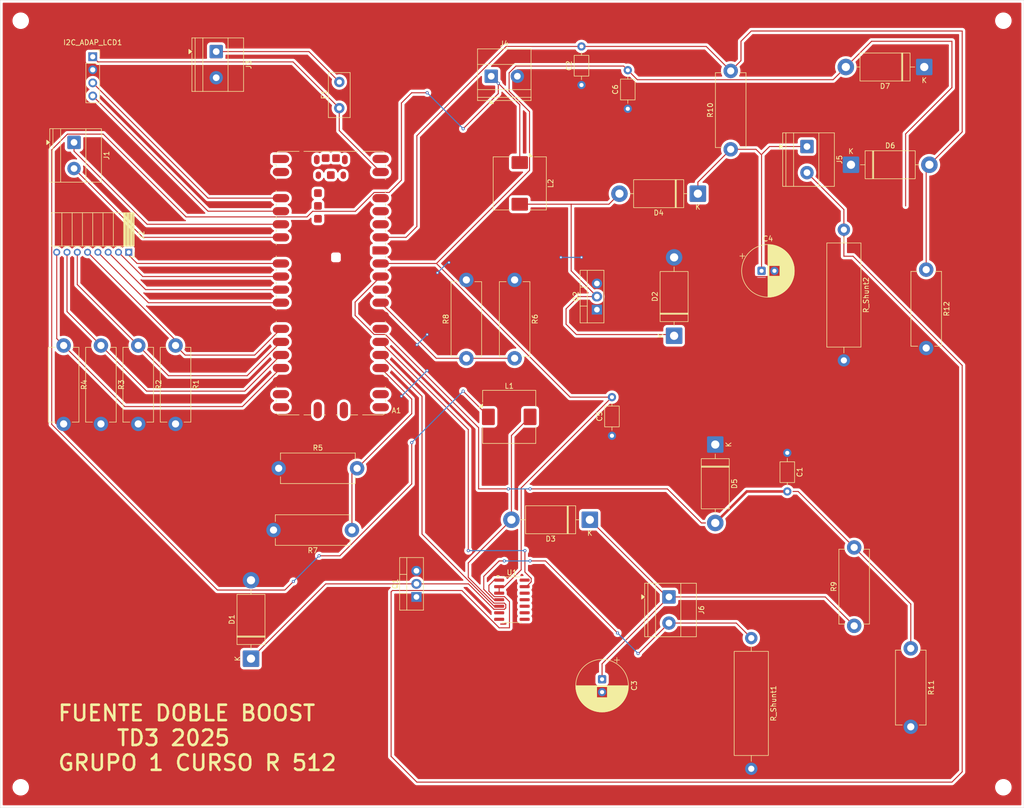
<source format=kicad_pcb>
(kicad_pcb (version 20241229) (generator "pcbnew") (generator_version "9.0")
  (layers (0 "F.Cu" signal) (2 "B.Cu" signal) (13 "F.Paste" user) (15 "B.Paste" user) (5 "F.SilkS" user "F.Silkscreen") (7 "B.SilkS" user "B.Silkscreen") (1 "F.Mask" user) (3 "B.Mask" user) (25 "Edge.Cuts" user))
  (net 0 "")
  (net 3 "I2C1-SDL")
  (net 4 "UART1-TX")
  (net 5 "VSYS_Vin")
  (net 7 "PWM_3A")
  (net 8 "GND")
  (net 9 "ADC0")
  (net 11 "TECLADO_COLUMNA_1")
  (net 12 "ADC2")
  (net 13 "UART1-RX")
  (net 15 "TECLADO_FILA_3")
  (net 16 "I2C1-SDA")
  (net 20 "GP19")
  (net 25 "PWM_1A")
  (net 28 "GP20")
  (net 29 "TECLADO_FILA_4")
  (net 30 "TECLADO_FILA_1")
  (net 31 "TECLADO_FILA_2")
  (net 36 "TECLADO_COLUMNA_3")
  (net 38 "ADC1")
  (net 39 "TECLADO_COLUMNA_4")
  (net 40 "TECLADO_COLUMNA_2")
  (net 43 "/Vout2")
  (net 44 "/Vout1")
  (net 45 "Net-(D1-K)")
  (net 46 "Net-(D2-K)")
  (net 47 "Net-(J3-Pin_1)")
  (net 48 "Vin")
  (net 49 "/VShunt1")
  (net 50 "/VShunt2")
  (footprint "TerminalBlock_Phoenix:TerminalBlock_Phoenix_MKDS-1,5-2-5.08_1x02_P5.08mm_Horizontal" (layer "F.Cu") (at 143 172 -90)
    (property "Reference" "J6")
    (property "Value" "OUT1")
  )
  (footprint "TerminalBlock_Phoenix:TerminalBlock_Phoenix_MKDS-1,5-2-5.08_1x02_P5.08mm_Horizontal" (layer "F.Cu") (at 108.455 70.7925)
    (property "Reference" "J4")
    (property "Value" "Fuente_laboratorio_5Vcc")
  )
  (footprint "Fuse:Fuse_Littelfuse_395Series" (layer "F.Cu") (at 78.92 76.99 90)
    (property "Reference" "F1")
    (property "Value" "Fuse_Small")
  )
  (footprint "Diode_THT:D_DO-201AD_P15.24mm_Horizontal" (layer "F.Cu") (at 144 121.24 90)
    (property "Reference" "D2")
    (property "Value" "UF5408")
  )
  (footprint "Resistor_THT:R_Axial_DIN0614_L14.3mm_D5.7mm_P15.24mm_Horizontal" (layer "F.Cu") (at 193 108.38 -90)
    (property "Reference" "R12")
    (property "Value" "R")
  )
  (footprint "Package_TO_SOT_THT:TO-220-3_Vertical" (layer "F.Cu") (at 93.92 172 90)
    (property "Reference" "Q1")
    (property "Value" "IRF540N")
  )
  (footprint "TerminalBlock_Phoenix:TerminalBlock_Phoenix_MKDS-1,5-2-5.08_1x02_P5.08mm_Horizontal" (layer "F.Cu") (at 169.8275 84.455 -90)
    (property "Reference" "J5")
    (property "Value" "OUT1")
  )
  (footprint "Resistor_THT:R_Axial_DIN0614_L14.3mm_D5.7mm_P15.24mm_Horizontal" (layer "F.Cu") (at 179 177.62 90)
    (property "Reference" "R9")
    (property "Value" "R")
  )
  (footprint "MountingHole:MountingHole_2.7mm_M2.5_ISO7380" (layer "F.Cu") (at 17 60)
    (property "Reference" "REF**" (hide yes))
    (property "Value" "MountingHole_2.7mm_M2.5_ISO7380" (hide yes))
  )
  (footprint "Capacitor_THT:C_Axial_L3.8mm_D2.6mm_P7.50mm_Horizontal" (layer "F.Cu") (at 131.92 140.67 90)
    (property "Reference" "C5")
    (property "Value" "C_Small")
  )
  (footprint "Capacitor_THT:C_Axial_L3.8mm_D2.6mm_P7.50mm_Horizontal" (layer "F.Cu") (at 166 144 -90)
    (property "Reference" "C1")
    (property "Value" "C_Small")
  )
  (footprint "Resistor_THT:R_Axial_DIN0614_L14.3mm_D5.7mm_P15.24mm_Horizontal" (layer "F.Cu") (at 67.14 147)
    (property "Reference" "R5")
    (property "Value" "R")
  )
  (footprint "Capacitor_THT:CP_Radial_D10.0mm_P2.50mm" (layer "F.Cu") (at 130 188 -90)
    (property "Reference" "C3")
    (property "Value" "C_Polarized")
  )
  (footprint "TerminalBlock_Phoenix:TerminalBlock_Phoenix_MKDS-1,5-2-5.08_1x02_P5.08mm_Horizontal" (layer "F.Cu") (at 55 66 -90)
    (property "Reference" "J3")
    (property "Value" "Fuente_Alimentación_Placa_5Vcc")
  )
  (footprint "Capacitor_THT:C_Axial_L3.8mm_D2.6mm_P7.50mm_Horizontal" (layer "F.Cu") (at 126 72.5 90)
    (property "Reference" "C2")
    (property "Value" "C_Small")
  )
  (footprint "Resistor_THT:R_Axial_Power_L20.0mm_W6.4mm_P25.40mm" (layer "F.Cu") (at 177 100.62 -90)
    (property "Reference" "R_Shunt2")
    (property "Value" "R_Small")
  )
  (footprint "Resistor_THT:R_Axial_DIN0614_L14.3mm_D5.7mm_P15.24mm_Horizontal" (layer "F.Cu") (at 113 110.38 -90)
    (property "Reference" "R6")
    (property "Value" "R")
  )
  (footprint "Resistor_THT:R_Axial_DIN0614_L14.3mm_D5.7mm_P15.24mm_Horizontal" (layer "F.Cu") (at 32.594646 123.13 -90)
    (property "Reference" "R3")
    (property "Value" "R")
  )
  (footprint "Package_SO:SO-14_3.9x8.65mm_P1.27mm" (layer "F.Cu") (at 112.475 172.54)
    (property "Reference" "U1")
    (property "Value" "CD4066BM")
  )
  (footprint "MountingHole:MountingHole_2.7mm_M2.5_ISO7380" (layer "F.Cu") (at 17 209)
    (property "Reference" "REF**" (hide yes))
    (property "Value" "MountingHole_2.7mm_M2.5_ISO7380" (hide yes))
  )
  (footprint "Connector_PinSocket_2.00mm:PinSocket_1x08_P2.00mm_Horizontal" (layer "F.Cu") (at 38 105 -90)
    (property "Reference" "J2")
    (property "Value" "Conn_01x08")
  )
  (footprint "Resistor_THT:R_Axial_DIN0614_L14.3mm_D5.7mm_P15.24mm_Horizontal" (layer "F.Cu") (at 39.844646 123.13 -90)
    (property "Reference" "R2")
    (property "Value" "R")
  )
  (footprint "Resistor_THT:R_Axial_DIN0614_L14.3mm_D5.7mm_P15.24mm_Horizontal" (layer "F.Cu") (at 81.38 159 180)
    (property "Reference" "R7")
    (property "Value" "R")
  )
  (footprint "Capacitor_THT:C_Axial_L3.8mm_D2.6mm_P7.50mm_Horizontal" (layer "F.Cu") (at 135 77.12 90)
    (property "Reference" "C6")
    (property "Value" "C_Small")
  )
  (footprint "Diode_THT:D_DO-201AD_P15.24mm_Horizontal" (layer "F.Cu") (at 192.62 69 180)
    (property "Reference" "D7")
    (property "Value" "UF5408")
  )
  (footprint "Diode_THT:D_DO-201AD_P15.24mm_Horizontal" (layer "F.Cu") (at 61.76 184 90)
    (property "Reference" "D1")
    (property "Value" "UF5408")
  )
  (footprint "Diode_THT:D_DO-201AD_P15.24mm_Horizontal" (layer "F.Cu") (at 152 142.38 -90)
    (property "Reference" "D5")
    (property "Value" "UF5408")
  )
  (footprint "Resistor_THT:R_Axial_Power_L20.0mm_W6.4mm_P25.40mm" (layer "F.Cu") (at 159 180 -90)
    (property "Reference" "R_Shunt1")
    (property "Value" "R_Small")
  )
  (footprint "Diode_THT:D_DO-201AD_P15.24mm_Horizontal" (layer "F.Cu") (at 127.62 157 180)
    (property "Reference" "D3")
    (property "Value" "1N5822")
  )
  (footprint "Module:RaspberryPi_Pico_SMD" (layer "F.Cu") (at 77.275 111)
    (property "Reference" "A1")
    (property "Value" "RaspberryPi_Pico")
  )
  (footprint "Inductor_SMD:L_TDK_SLF10165" (layer "F.Cu") (at 111.95 137)
    (property "Reference" "L1")
    (property "Value" "L")
  )
  (footprint "TerminalBlock_Phoenix:TerminalBlock_Phoenix_MKDS-1,5-2-5.08_1x02_P5.08mm_Horizontal" (layer "F.Cu") (at 27.364646 83.65 -90)
    (property "Reference" "J1")
    (property "Value" "EGB")
  )
  (footprint "Diode_THT:D_DO-201AD_P15.24mm_Horizontal" (layer "F.Cu") (at 148.62 93.62 180)
    (property "Reference" "D4")
    (property "Value" "1N5822")
  )
  (footprint "Resistor_THT:R_Axial_DIN0614_L14.3mm_D5.7mm_P15.24mm_Horizontal" (layer "F.Cu") (at 25.344646 123.13 -90)
    (property "Reference" "R4")
    (property "Value" "R")
  )
  (footprint "Inductor_SMD:L_TDK_SLF10165" (layer "F.Cu") (at 114 91.62 -90)
    (property "Reference" "L2")
    (property "Value" "L")
  )
  (footprint "Resistor_THT:R_Axial_DIN0614_L14.3mm_D5.7mm_P15.24mm_Horizontal" (layer "F.Cu") (at 47.094646 123.13 -90)
    (property "Reference" "R1")
    (property "Value" "R")
  )
  (footprint "Resistor_THT:R_Axial_DIN0614_L14.3mm_D5.7mm_P15.24mm_Horizontal" (layer "F.Cu") (at 190 182 -90)
    (property "Reference" "R11")
    (property "Value" "R")
  )
  (footprint "Connector_PinSocket_2.54mm:PinSocket_1x04_P2.54mm_Vertical" (layer "F.Cu") (at 31 67)
    (property "Reference" "I2C_ADAP_LCD1")
    (property "Value" "Conn_01x04")
  )
  (footprint "MountingHole:MountingHole_2.7mm_M2.5_ISO7380" (layer "F.Cu") (at 208 60)
    (property "Reference" "REF**" (hide yes))
    (property "Value" "MountingHole_2.7mm_M2.5_ISO7380" (hide yes))
  )
  (footprint "MountingHole:MountingHole_2.7mm_M2.5_ISO7380" (layer "F.Cu") (at 208 209)
    (property "Reference" "REF**" (hide yes))
    (property "Value" "MountingHole_2.7mm_M2.5_ISO7380" (hide yes))
  )
  (footprint "Diode_THT:D_DO-201AD_P15.24mm_Horizontal" (layer "F.Cu") (at 178.38 88)
    (property "Reference" "D6")
    (property "Value" "UF5408")
  )
  (footprint "Resistor_THT:R_Axial_DIN0614_L14.3mm_D5.7mm_P15.24mm_Horizontal" (layer "F.Cu") (at 155 85 90)
    (property "Reference" "R10")
    (property "Value" "R")
  )
  (footprint "Resistor_THT:R_Axial_DIN0614_L14.3mm_D5.7mm_P15.24mm_Horizontal" (layer "F.Cu") (at 103.62 125.62 90)
    (property "Reference" "R8")
    (property "Value" "R")
  )
  (footprint "Capacitor_THT:CP_Radial_D10.0mm_P2.50mm" (layer "F.Cu") (at 161 108.62)
    (property "Reference" "C4")
    (property "Value" "C_Polarized")
  )
  (footprint "Package_TO_SOT_THT:TO-220-3_Vertical" (layer "F.Cu") (at 129 116.16 90)
    (property "Reference" "Q2")
    (property "Value" "IRF540N")
  )
  (gr_rect (start 13 56) (end 212 213) (stroke (width 0.05)) (fill no) (layer "Edge.Cuts"))
  (gr_text "FUENTE DOBLE BOOST\n     TD3 2025\nGRUPO 1 CURSO R 512" (at 24 206 0) (layer "F.SilkS") (effects (font (size 3 3) (thickness 0.5) (bold yes)) (justify left bottom)))
  (segment (start 53.41 97.03) (end 67.585 97.03) (width 0.2) (layer "F.Cu") (net 3))
  (segment (start 31 74.62) (end 53.41 97.03) (width 0.2) (layer "F.Cu") (net 3))
  (segment (start 41.57 99.57) (end 67.585 99.57) (width 0.2) (layer "F.Cu") (net 4))
  (segment (start 27.364646 83.65) (end 27.364646 85.364646) (width 0.2) (layer "F.Cu") (net 4))
  (segment (start 27.364646 85.364646) (end 41.57 99.57) (width 0.2) (layer "F.Cu") (net 4))
  (segment (start 31 67) (end 32 68) (width 0.2) (layer "F.Cu") (net 5))
  (segment (start 69.93 68) (end 78.92 76.99) (width 0.2) (layer "F.Cu") (net 5))
  (segment (start 32 68) (end 69.93 68) (width 0.2) (layer "F.Cu") (net 5))
  (segment (start 86.965 89.41) (end 78.92 81.365) (width 0.2) (layer "F.Cu") (net 5))
  (segment (start 78.92 81.365) (end 78.92 76.99) (width 0.2) (layer "F.Cu") (net 5))
  (segment (start 113 125.62) (end 103.62 125.62) (width 0.2) (layer "F.Cu") (net 7))
  (segment (start 97.775 125.62) (end 86.965 114.81) (width 0.2) (layer "F.Cu") (net 7))
  (segment (start 103.62 125.62) (end 97.775 125.62) (width 0.2) (layer "F.Cu") (net 7))
  (segment (start 144 88) (end 135 79) (width 0.2) (layer "F.Cu") (net 8))
  (segment (start 144 106) (end 144 88) (width 0.2) (layer "F.Cu") (net 8))
  (segment (start 135 79) (end 135 77.12) (width 0.2) (layer "F.Cu") (net 8))
  (segment (start 177 126.02) (end 177 133) (width 0.2) (layer "F.Cu") (net 8))
  (segment (start 32.54 71.08) (end 55 71.08) (width 0.2) (layer "F.Cu") (net 8))
  (segment (start 164 87) (end 163.5 87.5) (width 0.2) (layer "F.Cu") (net 8))
  (segment (start 115.2425 72.5) (end 113.535 70.7925) (width 0.2) (layer "F.Cu") (net 8))
  (segment (start 138.92 111.08) (end 129 111.08) (width 0.2) (layer "F.Cu") (net 8))
  (segment (start 178.38 88) (end 178.38 83.24) (width 0.2) (layer "F.Cu") (net 8))
  (segment (start 96 111) (end 98 109) (width 0.2) (layer "F.Cu") (net 8))
  (segment (start 177 133) (end 166 144) (width 0.2) (layer "F.Cu") (net 8))
  (segment (start 88.05 130.05) (end 91 133) (width 0.2) (layer "F.Cu") (net 8))
  (segment (start 77.275 136.865) (end 67.14 147) (width 0.2) (layer "F.Cu") (net 8))
  (segment (start 130.301 114.859) (end 129 116.16) (width 0.2) (layer "F.Cu") (net 8))
  (segment (start 67.585 130.05) (end 72.425 130.05) (width 0.2) (layer "F.Cu") (net 8))
  (segment (start 153.62 144) (end 152 142.38) (width 0.2) (layer "F.Cu") (net 8))
  (segment (start 55 71.08) (end 55 79.365) (width 0.2) (layer "F.Cu") (net 8))
  (segment (start 72.425 130.05) (end 77.275 134.9) (width 0.2) (layer "F.Cu") (net 8))
  (segment (start 130.301 112.381) (end 130.301 114.859) (width 0.2) (layer "F.Cu") (net 8))
  (segment (start 178.38 88) (end 177.38 87) (width 0.2) (layer "F.Cu") (net 8))
  (segment (start 103.62 110.38) (end 113 110.38) (width 0.2) (layer "F.Cu") (net 8))
  (segment (start 91 133) (end 90.5 132.5) (width 0.2) (layer "F.Cu") (net 8))
  (segment (start 100.24 107) (end 100 107) (width 0.2) (layer "F.Cu") (net 8))
  (segment (start 58.51 138.37) (end 47.094646 138.37) (width 0.2) (layer "F.Cu") (net 8))
  (segment (start 74.06 166.92) (end 66.14 159) (width 0.2) (layer "F.Cu") (net 8))
  (segment (start 178.38 83.24) (end 192.62 69) (width 0.2) (layer "F.Cu") (net 8))
  (segment (start 117.62 110.38) (end 122 106) (width 0.2) (layer "F.Cu") (net 8))
  (segment (start 166 144) (end 153.62 144) (width 0.2) (layer "F.Cu") (net 8))
  (segment (start 86.965 117.35) (end 92.615 123) (width 0.2) (layer "F.Cu") (net 8))
  (segment (start 31 69.54) (end 32.54 71.08) (width 0.2) (layer "F.Cu") (net 8))
  (segment (start 96 128) (end 96 125) (width 0.2) (layer "F.Cu") (net 8))
  (segment (start 93.92 166.92) (end 74.06 166.92) (width 0.2) (layer "F.Cu") (net 8))
  (segment (start 177.38 87) (end 164 87) (width 0.2) (layer "F.Cu") (net 8))
  (segment (start 66.14 148) (end 67.14 147) (width 0.2) (layer "F.Cu") (net 8))
  (segment (start 129 111.08) (end 129 109) (width 0.2) (layer "F.Cu") (net 8))
  (segment (start 130.62 77.12) (end 126 72.5) (width 0.2) (layer "F.Cu") (net 8))
  (segment (start 86.965 91.95) (end 67.585 91.95) (width 0.2) (layer "F.Cu") (net 8))
  (segment (start 86.965 130.05) (end 88.05 130.05) (width 0.2) (layer "F.Cu") (net 8))
  (segment (start 32.594646 138.37) (end 25.344646 138.37) (width 0.2) (layer "F.Cu") (net 8))
  (segment (start 96 121) (end 96 111) (width 0.2) (layer "F.Cu") (net 8))
  (segment (start 193 123.62) (end 179.4 123.62) (width 0.2) (layer "F.Cu") (net 8))
  (segment (start 144 106) (end 144 108.262741) (width 0.2) (layer "F.Cu") (net 8))
  (segment (start 144 106) (end 138.92 111.08) (width 0.2) (layer "F.Cu") (net 8))
  (segment (start 145.458259 109.721) (end 162.399 109.721) (width 0.2) (layer "F.Cu") (net 8))
  (segment (start 113 110.38) (end 117.62 110.38) (width 0.2) (layer "F.Cu") (net 8))
  (segment (start 86.965 130.05) (end 82.125 130.05) (width 0.2) (layer "F.Cu") (net 8))
  (segment (start 103.62 110.38) (end 100.24 107) (width 0.2) (layer "F.Cu") (net 8))
  (segment (start 77.275 134.9) (end 77.275 136.865) (width 0.2) (layer "F.Cu") (net 8))
  (segment (start 92.615 123) (end 93 123) (width 0.2) (layer "F.Cu") (net 8))
  (segment (start 67.14 147) (end 58.51 138.37) (width 0.2) (layer "F.Cu") (net 8))
  (segment (start 66.14 164.38) (end 66.14 159) (width 0.2) (layer "F.Cu") (net 8))
  (segment (start 159 205.4) (end 181.84 205.4) (width 0.2) (layer "F.Cu") (net 8))
  (segment (start 130 190.5) (end 144.9 205.4) (width 0.2) (layer "F.Cu") (net 8))
  (segment (start 179.4 123.62) (end 177 126.02) (width 0.2) (layer "F.Cu") (net 8))
  (segment (start 163.5 87.5) (end 163.5 108.62) (width 0.2) (layer "F.Cu") (net 8))
  (segment (start 61.76 168.76) (end 66.14 164.38) (width 0.2) (layer "F.Cu") (net 8))
  (segment (start 47.094646 138.37) (end 39.844646 138.37) (width 0.2) (layer "F.Cu") (net 8))
  (segment (start 82.125 130.05) (end 77.275 134.9) (width 0.2) (layer "F.Cu") (net 8))
  (segment (start 181.84 205.4) (end 190 197.24) (width 0.2) (layer "F.Cu") (net 8))
  (segment (start 133.63 142.38) (end 131.92 140.67) (width 0.2) (layer "F.Cu") (net 8))
  (segment (start 39.844646 138.37) (end 32.594646 138.37) (width 0.2) (layer "F.Cu") (net 8))
  (segment (start 126 72.5) (end 115.2425 72.5) (width 0.2) (layer "F.Cu") (net 8))
  (segment (start 144 108.262741) (end 145.458259 109.721) (width 0.2) (layer "F.Cu") (net 8))
  (segment (start 66.14 159) (end 66.14 148) (width 0.2) (layer "F.Cu") (net 8))
  (segment (start 55 79.365) (end 67.585 91.95) (width 0.2) (layer "F.Cu") (net 8))
  (segment (start 96 125) (end 94 123) (width 0.2) (layer "F.Cu") (net 8))
  (segment (start 93 123) (end 94 123) (width 0.2) (layer "F.Cu") (net 8))
  (segment (start 129 111.08) (end 130.301 112.381) (width 0.2) (layer "F.Cu") (net 8))
  (segment (start 152 142.38) (end 133.63 142.38) (width 0.2) (layer "F.Cu") (net 8))
  (segment (start 159 205.4) (end 144.9 205.4) (width 0.2) (layer "F.Cu") (net 8))
  (segment (start 112.42 190.5) (end 93.92 172) (width 0.2) (layer "F.Cu") (net 8))
  (segment (start 192.62 69) (end 192.62 72.38) (width 0.2) (layer "F.Cu") (net 8))
  (segment (start 129 109) (end 126 106) (width 0.2) (layer "F.Cu") (net 8))
  (segment (start 135 77.12) (end 130.62 77.12) (width 0.2) (layer "F.Cu") (net 8))
  (segment (start 130 190.5) (end 112.42 190.5) (width 0.2) (layer "F.Cu") (net 8))
  (segment (start 162.399 109.721) (end 163.5 108.62) (width 0.2) (layer "F.Cu") (net 8))
  (via (at 98 109) (size 0.6) (drill 0.3) (layers "F.Cu" "B.Cu") (net 8))
  (via (at 94 123) (size 0.6) (drill 0.3) (layers "F.Cu" "B.Cu") (net 8))
  (via (at 122 106) (size 0.6) (drill 0.3) (layers "F.Cu" "B.Cu") (net 8))
  (via (at 126 106) (size 0.6) (drill 0.3) (layers "F.Cu" "B.Cu") (net 8))
  (via (at 100.24 107) (size 0.6) (drill 0.3) (layers "F.Cu" "B.Cu") (net 8))
  (via (at 96 128) (size 0.6) (drill 0.3) (layers "F.Cu" "B.Cu") (net 8))
  (via (at 91 133) (size 0.6) (drill 0.3) (layers "F.Cu" "B.Cu") (net 8))
  (via (at 96 121) (size 0.6) (drill 0.3) (layers "F.Cu" "B.Cu") (net 8))
  (segment (start 91 133) (end 96 128) (width 0.2) (layer "B.Cu") (net 8))
  (segment (start 122 106) (end 126 106) (width 0.2) (layer "B.Cu") (net 8))
  (segment (start 98 109) (end 100 107) (width 0.2) (layer "B.Cu") (net 8))
  (segment (start 94 123) (end 96 121) (width 0.2) (layer "B.Cu") (net 8))
  (segment (start 100 107) (end 100.24 107) (width 0.2) (layer "B.Cu") (net 8))
  (segment (start 116 151) (end 142.69158 151) (width 0.2) (layer "F.Cu") (net 9))
  (segment (start 85.70895 120.991) (end 87.88305 120.991) (width 0.2) (layer "F.Cu") (net 9))
  (segment (start 158.12 151.5) (end 166 151.5) (width 0.5) (layer "F.Cu") (net 9))
  (segment (start 86.965 109.73) (end 82 114.695) (width 0.2) (layer "F.Cu") (net 9))
  (segment (start 190 173.38) (end 179 162.38) (width 0.2) (layer "F.Cu") (net 9))
  (segment (start 106 151) (end 111.78 151) (width 0.2) (layer "F.Cu") (net 9))
  (segment (start 168.12 151.5) (end 167.101 151.5) (width 0.2) (layer "F.Cu") (net 9))
  (segment (start 152 157.62) (end 158.12 151.5) (width 0.5) (layer "F.Cu") (net 9))
  (segment (start 82 114.695) (end 82 117.28205) (width 0.2) (layer "F.Cu") (net 9))
  (segment (start 82 117.28205) (end 85.70895 120.991) (width 0.2) (layer "F.Cu") (net 9))
  (segment (start 179 162.38) (end 168.12 151.5) (width 0.2) (layer "F.Cu") (net 9))
  (segment (start 190 182) (end 190 173.38) (width 0.2) (layer "F.Cu") (net 9))
  (segment (start 87.88305 120.991) (end 106 139.10795) (width 0.2) (layer "F.Cu") (net 9))
  (segment (start 106 139.10795) (end 106 151) (width 0.2) (layer "F.Cu") (net 9))
  (segment (start 142.69158 151) (end 149.31158 157.62) (width 0.2) (layer "F.Cu") (net 9))
  (segment (start 149.31158 157.62) (end 150.099 157.62) (width 0.2) (layer "F.Cu") (net 9))
  (via (at 111.78 151) (size 0.6) (drill 0.3) (layers "F.Cu" "B.Cu") (net 9))
  (via (at 116 151) (size 0.6) (drill 0.3) (layers "F.Cu" "B.Cu") (net 9))
  (segment (start 111.78 151) (end 116 151) (width 0.2) (layer "B.Cu") (net 9))
  (segment (start 25.344646 123.13) (end 37.214646 135) (width 0.2) (layer "F.Cu") (net 11))
  (segment (start 24 105) (end 24 121.785354) (width 0.2) (layer "F.Cu") (net 11))
  (segment (start 24 121.785354) (end 25.344646 123.13) (width 0.2) (layer "F.Cu") (net 11))
  (segment (start 60.095 135) (end 67.585 127.51) (width 0.2) (layer "F.Cu") (net 11))
  (segment (start 37.214646 135) (end 60.095 135) (width 0.2) (layer "F.Cu") (net 11))
  (segment (start 193 88.62) (end 193.62 88) (width 0.2) (layer "F.Cu") (net 12))
  (segment (start 155 69.76) (end 150.24 65) (width 0.2) (layer "F.Cu") (net 12))
  (segment (start 111.36134 65) (end 94 82.36134) (width 0.2) (layer "F.Cu") (net 12))
  (segment (start 200 81.62) (end 200 62) (width 0.2) (layer "F.Cu") (net 12))
  (segment (start 126 65) (end 111.36134 65) (width 0.2) (layer "F.Cu") (net 12))
  (segment (start 157 64) (end 157 67.76) (width 0.2) (layer "F.Cu") (net 12))
  (segment (start 193.62 88) (end 200 81.62) (width 0.2) (layer "F.Cu") (net 12))
  (segment (start 94 82.36134) (end 94 100) (width 0.2) (layer "F.Cu") (net 12))
  (segment (start 91.89 102.11) (end 86.965 102.11) (width 0.2) (layer "F.Cu") (net 12))
  (segment (start 200 62) (end 159 62) (width 0.2) (layer "F.Cu") (net 12))
  (segment (start 193 108.38) (end 193 88.62) (width 0.2) (layer "F.Cu") (net 12))
  (segment (start 150.24 65) (end 126 65) (width 0.2) (layer "F.Cu") (net 12))
  (segment (start 159 62) (end 157 64) (width 0.2) (layer "F.Cu") (net 12))
  (segment (start 94 100) (end 91.89 102.11) (width 0.2) (layer "F.Cu") (net 12))
  (segment (start 157 67.76) (end 155 69.76) (width 0.2) (layer "F.Cu") (net 12))
  (segment (start 40.744646 102.11) (end 67.585 102.11) (width 0.2) (layer "F.Cu") (net 13))
  (segment (start 27.364646 88.73) (end 40.744646 102.11) (width 0.2) (layer "F.Cu") (net 13))
  (segment (start 41.27 112.27) (end 67.585 112.27) (width 0.2) (layer "F.Cu") (net 15))
  (segment (start 34 105) (end 41.27 112.27) (width 0.2) (layer "F.Cu") (net 15))
  (segment (start 31 72.08) (end 53.41 94.49) (width 0.2) (layer "F.Cu") (net 16))
  (segment (start 53.41 94.49) (end 67.585 94.49) (width 0.2) (layer "F.Cu") (net 16))
  (segment (start 110 173.81) (end 109.025001 173.81) (width 0.2) (layer "F.Cu") (net 20))
  (segment (start 109.025001 173.81) (end 95 159.784999) (width 0.2) (layer "F.Cu") (net 20))
  (segment (start 95 133.005) (end 86.965 124.97) (width 0.2) (layer "F.Cu") (net 20))
  (segment (start 95 159.784999) (end 95 133.005) (width 0.2) (layer "F.Cu") (net 20))
  (segment (start 93 133.545) (end 86.965 127.51) (width 0.2) (layer "F.Cu") (net 25))
  (segment (start 82.38 147) (end 93 136.38) (width 0.2) (layer "F.Cu") (net 25))
  (segment (start 81.38 159) (end 81.38 148) (width 0.2) (layer "F.Cu") (net 25))
  (segment (start 93 136.38) (end 93 133.545) (width 0.2) (layer "F.Cu") (net 25))
  (segment (start 81.38 148) (end 82.38 147) (width 0.2) (layer "F.Cu") (net 25))
  (segment (start 115.296968 170) (end 116.226 169.070968) (width 0.2) (layer "F.Cu") (net 28))
  (segment (start 114.95 170) (end 115.296968 170) (width 0.2) (layer "F.Cu") (net 28))
  (segment (start 115 167.163032) (end 115 163) (width 0.2) (layer "F.Cu") (net 28))
  (segment (start 104 139.465) (end 86.965 122.43) (width 0.2) (layer "F.Cu") (net 28))
  (segment (start 104 163) (end 104 139.465) (width 0.2) (layer "F.Cu") (net 28))
  (segment (start 116.226 169.070968) (end 116.226 168.389032) (width 0.2) (layer "F.Cu") (net 28))
  (segment (start 116.226 168.389032) (end 115 167.163032) (width 0.2) (layer "F.Cu") (net 28))
  (via (at 115 163) (size 0.6) (drill 0.3) (layers "F.Cu" "B.Cu") (net 28))
  (via (at 104 163) (size 0.6) (drill 0.3) (layers "F.Cu" "B.Cu") (net 28))
  (segment (start 115 163) (end 104 163) (width 0.2) (layer "B.Cu") (net 28))
  (segment (start 41.81 114.81) (end 67.585 114.81) (width 0.2) (layer "F.Cu") (net 29))
  (segment (start 32 105) (end 41.81 114.81) (width 0.2) (layer "F.Cu") (net 29))
  (segment (start 38 105) (end 38 105.5671) (width 0.2) (layer "F.Cu") (net 30))
  (segment (start 38 105.5671) (end 39.6229 107.19) (width 0.2) (layer "F.Cu") (net 30))
  (segment (start 39.6229 107.19) (end 67.585 107.19) (width 0.2) (layer "F.Cu") (net 30))
  (segment (start 40.73 109.73) (end 67.585 109.73) (width 0.2) (layer "F.Cu") (net 31))
  (segment (start 36 105) (end 40.73 109.73) (width 0.2) (layer "F.Cu") (net 31))
  (segment (start 28 111.285354) (end 39.844646 123.13) (width 0.2) (layer "F.Cu") (net 36))
  (segment (start 28 105) (end 28 111.285354) (width 0.2) (layer "F.Cu") (net 36))
  (segment (start 39.844646 123.13) (end 45.714646 129) (width 0.2) (layer "F.Cu") (net 36))
  (segment (start 61.015 129) (end 67.585 122.43) (width 0.2) (layer "F.Cu") (net 36))
  (segment (start 45.714646 129) (end 61.015 129) (width 0.2) (layer "F.Cu") (net 36))
  (segment (start 110 170) (end 111 170) (width 0.2) (layer "F.Cu") (net 38))
  (segment (start 114.281 166.719) (end 114.281 150.809) (width 0.2) (layer "F.Cu") (net 38))
  (segment (start 189 96) (end 189 82) (width 0.2) (layer "F.Cu") (net 38))
  (segment (start 115.901 77.6714) (end 115.901 89.099) (width 0.2) (layer "F.Cu") (net 38))
  (segment (start 136.841 71.461) (end 135 69.62) (width 0.2) (layer "F.Cu") (net 38))
  (segment (start 174.919 71.461) (end 136.841 71.461) (width 0.2) (layer "F.Cu") (net 38))
  (segment (start 113.243343 68.820001) (end 111.934 70.129344) (width 0.2) (layer "F.Cu") (net 38))
  (segment (start 111.934 70.129344) (end 111.934 73.7044) (width 0.2) (layer "F.Cu") (net 38))
  (segment (start 131.92 133.17) (end 123.79 133.17) (width 0.2) (layer "F.Cu") (net 38))
  (segment (start 115.901 89.099) (end 97.81 107.19) (width 0.2) (layer "F.Cu") (net 38))
  (segment (start 123.79 133.17) (end 97.81 107.19) (width 0.2) (layer "F.Cu") (net 38))
  (segment (start 189 82) (end 198 73) (width 0.2) (layer "F.Cu") (net 38))
  (segment (start 177.38 69) (end 174.919 71.461) (width 0.2) (layer "F.Cu") (net 38))
  (segment (start 198 64) (end 182.38 64) (width 0.2) (layer "F.Cu") (net 38))
  (segment (start 114.281 150.809) (end 131.92 133.17) (width 0.2) (layer "F.Cu") (net 38))
  (segment (start 111 170) (end 114.281 166.719) (width 0.2) (layer "F.Cu") (net 38))
  (segment (start 182.38 64) (end 177.38 69) (width 0.2) (layer "F.Cu") (net 38))
  (segment (start 110 171.27) (end 110 170) (width 0.2) (layer "F.Cu") (net 38))
  (segment (start 134.200001 68.820001) (end 113.243343 68.820001) (width 0.2) (layer "F.Cu") (net 38))
  (segment (start 111.934 73.7044) (end 115.901 77.6714) (width 0.2) (layer "F.Cu") (net 38))
  (segment (start 97.81 107.19) (end 86.965 107.19) (width 0.2) (layer "F.Cu") (net 38))
  (segment (start 198 73) (end 198 64) (width 0.2) (layer "F.Cu") (net 38))
  (segment (start 135 69.62) (end 134.200001 68.820001) (width 0.2) (layer "F.Cu") (net 38))
  (segment (start 30 105) (end 47.094646 122.094646) (width 0.2) (layer "F.Cu") (net 39))
  (segment (start 62.475 125) (end 67.585 119.89) (width 0.2) (layer "F.Cu") (net 39))
  (segment (start 47.094646 123.13) (end 48.964646 125) (width 0.2) (layer "F.Cu") (net 39))
  (segment (start 48.964646 125) (end 62.475 125) (width 0.2) (layer "F.Cu") (net 39))
  (segment (start 47.094646 122.094646) (end 47.094646 123.13) (width 0.2) (layer "F.Cu") (net 39))
  (segment (start 26 105) (end 26 116.535354) (width 0.2) (layer "F.Cu") (net 40))
  (segment (start 60.555 132) (end 67.585 124.97) (width 0.2) (layer "F.Cu") (net 40))
  (segment (start 26 116.535354) (end 32.594646 123.13) (width 0.2) (layer "F.Cu") (net 40))
  (segment (start 32.594646 123.13) (end 41.464646 132) (width 0.2) (layer "F.Cu") (net 40))
  (segment (start 41.464646 132) (end 60.555 132) (width 0.2) (layer "F.Cu") (net 40))
  (segment (start 155 85) (end 159.92 85) (width 0.2) (layer "F.Cu") (net 43))
  (segment (start 161 86.08) (end 160.96 86.04) (width 0.2) (layer "F.Cu") (net 43))
  (segment (start 160.96 86.04) (end 159.92 85) (width 0.2) (layer "F.Cu") (net 43))
  (segment (start 155 85) (end 148.62 91.38) (width 0.2) (layer "F.Cu") (net 43))
  (segment (start 161 108.62) (end 161 86.08) (width 0.2) (layer "F.Cu") (net 43))
  (segment (start 162.545 84.455) (end 160.96 86.04) (width 0.2) (layer "F.Cu") (net 43))
  (segment (start 148.62 91.38) (end 148.62 93.62) (width 0.2) (layer "F.Cu") (net 43))
  (segment (start 169.8275 84.455) (end 162.545 84.455) (width 0.2) (layer "F.Cu") (net 43))
  (segment (start 179 177.62) (end 173.38 172) (width 0.2) (layer "F.Cu") (net 44))
  (segment (start 130 185) (end 130 188) (width 0.2) (layer "F.Cu") (net 44))
  (segment (start 143 172) (end 142.62 172) (width 0.2) (layer "F.Cu") (net 44))
  (segment (start 142.62 172) (end 127.62 157) (width 0.2) (layer "F.Cu") (net 44))
  (segment (start 173.38 172) (end 143 172) (width 0.2) (layer "F.Cu") (net 44))
  (segment (start 143 172) (end 130 185) (width 0.2) (layer "F.Cu") (net 44))
  (segment (start 76.3 169.46) (end 61.76 184) (width 0.2) (layer "F.Cu") (net 45))
  (segment (start 108.984032 174.411) (end 111.015968 174.411) (width 0.2) (layer "F.Cu") (net 45))
  (segment (start 111.015968 173.209) (end 108.991101 173.209) (width 0.2) (layer "F.Cu") (net 45))
  (segment (start 111.015968 174.411) (end 111.276 174.150968) (width 0.2) (layer "F.Cu") (net 45))
  (segment (start 104.033032 169.46) (end 108.984032 174.411) (width 0.2) (layer "F.Cu") (net 45))
  (segment (start 108.991101 173.209) (end 104 168.217899) (width 0.2) (layer "F.Cu") (net 45))
  (segment (start 104 165.38) (end 112.38 157) (width 0.2) (layer "F.Cu") (net 45))
  (segment (start 93.92 169.46) (end 104.033032 169.46) (width 0.2) (layer "F.Cu") (net 45))
  (segment (start 104 168.217899) (end 104 165.38) (width 0.2) (layer "F.Cu") (net 45))
  (segment (start 111.276 173.469032) (end 111.015968 173.209) (width 0.2) (layer "F.Cu") (net 45))
  (segment (start 93.92 169.46) (end 76.3 169.46) (width 0.2) (layer "F.Cu") (net 45))
  (segment (start 112.38 140.62) (end 116 137) (width 0.2) (layer "F.Cu") (net 45))
  (segment (start 111.276 174.150968) (end 111.276 173.469032) (width 0.2) (layer "F.Cu") (net 45))
  (segment (start 112.38 157) (end 112.38 140.62) (width 0.2) (layer "F.Cu") (net 45))
  (segment (start 133.38 93.62) (end 131.33 95.67) (width 0.2) (layer "F.Cu") (net 46))
  (segment (start 125.38 113.62) (end 123 116) (width 0.2) (layer "F.Cu") (net 46))
  (segment (start 143.76 121) (end 144 121.24) (width 0.2) (layer "F.Cu") (net 46))
  (segment (start 125 121) (end 143.76 121) (width 0.2) (layer "F.Cu") (net 46))
  (segment (start 123 116) (end 123 119) (width 0.2) (layer "F.Cu") (net 46))
  (segment (start 124 95.67) (end 114 95.67) (width 0.2) (layer "F.Cu") (net 46))
  (segment (start 129 113.62) (end 125.38 113.62) (width 0.2) (layer "F.Cu") (net 46))
  (segment (start 124 95.67) (end 124 108.62) (width 0.2) (layer "F.Cu") (net 46))
  (segment (start 124 108.62) (end 129 113.62) (width 0.2) (layer "F.Cu") (net 46))
  (segment (start 123 119) (end 125 121) (width 0.2) (layer "F.Cu") (net 46))
  (segment (start 131.33 95.67) (end 124 95.67) (width 0.2) (layer "F.Cu") (net 46))
  (segment (start 78.93 71.91) (end 73.02 66) (width 0.2) (layer "F.Cu") (net 47))
  (segment (start 73.02 66) (end 55 66) (width 0.2) (layer "F.Cu") (net 47))
  (segment (start 114 87.57) (end 114 76.3375) (width 0.2) (layer "F.Cu") (net 48))
  (segment (start 85.70895 93.389) (end 88.611 93.389) (width 0.2) (layer "F.Cu") (net 48))
  (segment (start 72.656056 98.131) (end 73.736056 97.051) (width 0.2) (layer "F.Cu") (net 48))
  (segment (start 82.04695 97.051) (end 85.70895 93.389) (width 0.2) (layer "F.Cu") (net 48))
  (segment (start 107.9 137) (end 107.9 136.9) (width 0.2) (layer "F.Cu") (net 48))
  (segment (start 73.736056 97.051) (end 82.04695 97.051) (width 0.2) (layer "F.Cu") (net 48))
  (segment (start 26.079486 82.049) (end 33.049 82.049) (width 0.2) (layer "F.Cu") (net 48))
  (segment (start 109.83125 74.16875) (end 109.83125 72.16875) (width 0.2) (layer "F.Cu") (net 48))
  (segment (start 68.339 170.661) (end 55.230068 170.661) (width 0.2) (layer "F.Cu") (net 48))
  (segment (start 107.9 136.9) (end 103 132) (width 0.2) (layer "F.Cu") (net 48))
  (segment (start 88.611 93.389) (end 91 91) (width 0.2) (layer "F.Cu") (net 48))
  (segment (start 33.049 82.049) (end 49 98) (width 0.2) (layer "F.Cu") (net 48))
  (segment (start 70 169) (end 68.339 170.661) (width 0.2) (layer "F.Cu") (net 48))
  (segment (start 49 98) (end 49.131 98.131) (width 0.2) (layer "F.Cu") (net 48))
  (segment (start 114 76.3375) (end 108.455 70.7925) (width 0.2) (layer "F.Cu") (net 48))
  (segment (start 55.230068 170.661) (end 23.024 138.454932) (width 0.2) (layer "F.Cu") (net 48))
  (segment (start 93 74) (end 96 74) (width 0.2) (layer "F.Cu") (net 48))
  (segment (start 91 91) (end 91 76) (width 0.2) (layer "F.Cu") (net 48))
  (segment (start 23.024 85.104486) (end 26.079486 82.049) (width 0.2) (layer "F.Cu") (net 48))
  (segment (start 91 76) (end 93 74) (width 0.2) (layer "F.Cu") (net 48))
  (segment (start 49.131 98.131) (end 72.656056 98.131) (width 0.2) (layer "F.Cu") (net 48))
  (segment (start 23.024 138.454932) (end 23.024 85.104486) (width 0.2) (layer "F.Cu") (net 48))
  (segment (start 93 150.038) (end 79.038 164) (width 0.2) (layer "F.Cu") (net 48))
  (segment (start 79.038 164) (end 75 164) (width 0.2) (layer "F.Cu") (net 48))
  (segment (start 103 81) (end 109.83125 74.16875) (width 0.2) (layer "F.Cu") (net 48))
  (segment (start 93 142) (end 93 150.038) (width 0.2) (layer "F.Cu") (net 48))
  (via (at 70 169) (size 0.6) (drill 0.3) (layers "F.Cu" "B.Cu") (net 48))
  (via (at 96 74) (size 0.6) (drill 0.3) (layers "F.Cu" "B.Cu") (net 48))
  (via (at 103 81) (size 0.6) (drill 0.3) (layers "F.Cu" "B.Cu") (net 48))
  (via (at 103 132) (size 0.6) (drill 0.3) (layers "F.Cu" "B.Cu") (net 48))
  (via (at 109.83125 72.16875) (size 0.6) (drill 0.3) (layers "F.Cu" "B.Cu") (net 48))
  (via (at 93 142) (size 0.6) (drill 0.3) (layers "F.Cu" "B.Cu") (net 48))
  (via (at 75 164) (size 0.6) (drill 0.3) (layers "F.Cu" "B.Cu") (net 48))
  (segment (start 103 132) (end 93 142) (width 0.2) (layer "B.Cu") (net 48))
  (segment (start 103 81) (end 96 74) (width 0.2) (layer "B.Cu") (net 48))
  (segment (start 75 164) (end 70 169) (width 0.2) (layer "B.Cu") (net 48))
  (segment (start 159 180) (end 156.08 177.08) (width 0.2) (layer "F.Cu") (net 49))
  (segment (start 110 165) (end 111 165) (width 0.2) (layer "F.Cu") (net 49))
  (segment (start 133 179) (end 119 165) (width 0.2) (layer "F.Cu") (net 49))
  (segment (start 143 177.08) (end 137.08 183) (width 0.2) (layer "F.Cu") (net 49))
  (segment (start 107 168) (end 110 165) (width 0.2) (layer "F.Cu") (net 49))
  (segment (start 119 165) (end 116 165) (width 0.2) (layer "F.Cu") (net 49))
  (segment (start 107 170.514999) (end 107 168) (width 0.2) (layer "F.Cu") (net 49))
  (segment (start 110 172.54) (end 109.025001 172.54) (width 0.2) (layer "F.Cu") (net 49))
  (segment (start 156.08 177.08) (end 143 177.08) (width 0.2) (layer "F.Cu") (net 49))
  (segment (start 137.08 183) (end 137 183) (width 0.2) (layer "F.Cu") (net 49))
  (segment (start 109.025001 172.54) (end 107 170.514999) (width 0.2) (layer "F.Cu") (net 49))
  (via (at 133 179) (size 0.6) (drill 0.3) (layers "F.Cu" "B.Cu") (net 49))
  (via (at 116 165) (size 0.6) (drill 0.3) (layers "F.Cu" "B.Cu") (net 49))
  (via (at 111 165) (size 0.6) (drill 0.3) (layers "F.Cu" "B.Cu") (net 49))
  (via (at 137 183) (size 0.6) (drill 0.3) (layers "F.Cu" "B.Cu") (net 49))
  (segment (start 137 183) (end 133 179) (width 0.2) (layer "B.Cu") (net 49))
  (segment (start 111 165) (end 116 165) (width 0.2) (layer "B.Cu") (net 49))
  (segment (start 177 105.78) (end 177 100.62) (width 0.2) (layer "F.Cu") (net 50))
  (segment (start 108 170.886968) (end 109.052032 171.939) (width 0.2) (layer "F.Cu") (net 50))
  (segment (start 198 208) (end 200 206) (width 0.2) (layer "F.Cu") (net 50))
  (segment (start 110 168.73) (end 109.025001 168.73) (width 0.2) (layer "F.Cu") (net 50))
  (segment (start 102.7465 170.7465) (end 89.2535 170.7465) (width 0.2) (layer "F.Cu") (net 50))
  (segment (start 112 178) (end 110 178) (width 0.2) (layer "F.Cu") (net 50))
  (segment (start 200 127) (end 178.78 105.78) (width 0.2) (layer "F.Cu") (net 50))
  (segment (start 111.015968 171.939) (end 112 172.923032) (width 0.2) (layer "F.Cu") (net 50))
  (segment (start 177 100.62) (end 177 96.7075) (width 0.2) (layer "F.Cu") (net 50))
  (segment (start 94 208) (end 198 208) (width 0.2) (layer "F.Cu") (net 50))
  (segment (start 89.2535 170.7465) (end 89 171) (width 0.2) (layer "F.Cu") (net 50))
  (segment (start 89 171) (end 89 203) (width 0.2) (layer "F.Cu") (net 50))
  (segment (start 109.025001 168.73) (end 108 169.755001) (width 0.2) (layer "F.Cu") (net 50))
  (segment (start 112 172.923032) (end 112 178) (width 0.2) (layer "F.Cu") (net 50))
  (segment (start 109.052032 171.939) (end 111.015968 171.939) (width 0.2) (layer "F.Cu") (net 50))
  (segment (start 178.78 105.78) (end 177 105.78) (width 0.2) (layer "F.Cu") (net 50))
  (segment (start 177 96.7075) (end 169.8275 89.535) (width 0.2) (layer "F.Cu") (net 50))
  (segment (start 89 203) (end 94 208) (width 0.2) (layer "F.Cu") (net 50))
  (segment (start 200 206) (end 200 127) (width 0.2) (layer "F.Cu") (net 50))
  (segment (start 108 169.755001) (end 108 170.886968) (width 0.2) (layer "F.Cu") (net 50))
  (segment (start 110 178) (end 102.7465 170.7465) (width 0.2) (layer "F.Cu") (net 50))
  (zone (net 8) (net_name "GND") (layer "F.Cu") (connect_pads yes (clearance 0.5)) (min_thickness 0.25) (fill yes (thermal_gap 0.5) (thermal_bridge_width 0.5) (island_removal_mode 1) (island_area_min 10))
    (polygon (pts (xy 13 56) (xy 13 213) (xy 212 213) (xy 212 56)))
  )
)
</source>
